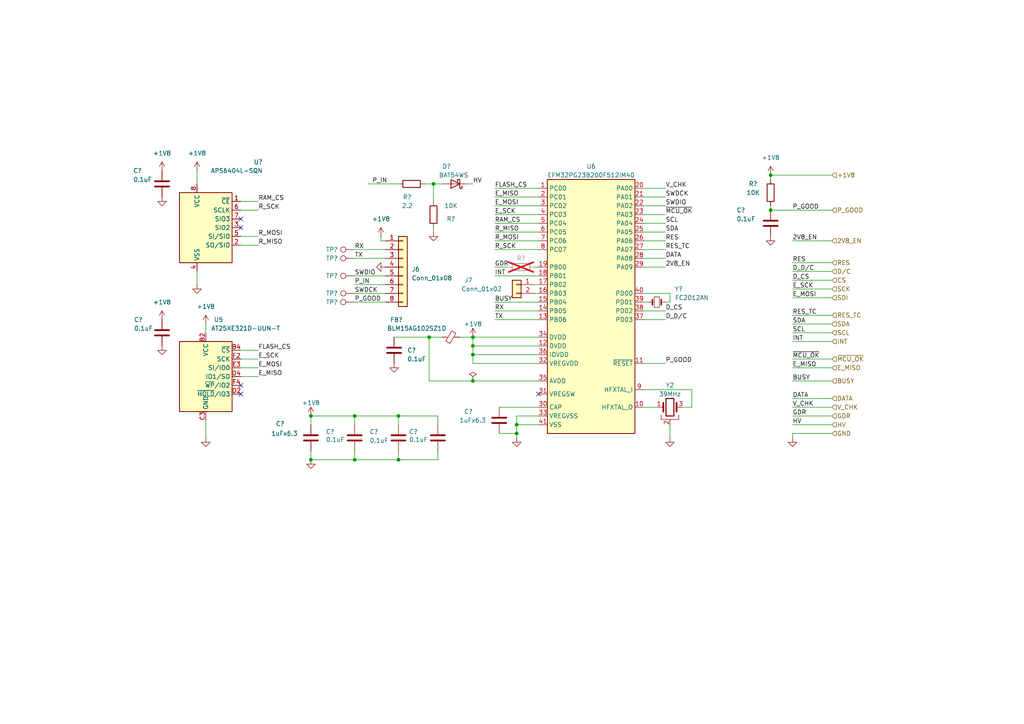
<source format=kicad_sch>
(kicad_sch (version 20231120) (generator "eeschema") (generator_version "8.0")
  (paper "A4")
  (lib_symbols
    (symbol "Connector:TestPoint" (pin_numbers hide) (pin_names (offset 0.762) hide)
      (property "Reference" "TP" (at 0 6.858 0))
      (property "Value" "TestPoint" (at 0 5.08 0))
      (symbol "TestPoint_0_1"
        (circle (center 0 3.302) (radius 0.762))
      )
      (symbol "TestPoint_1_1"
        (pin passive line (at 0 0 90) (length 2.54) (name "1") (number "1"))
      )
    )
    (symbol "Connector_Generic:Conn_01x02" (pin_names (offset 1.016) hide)
      (property "Reference" "J" (at 0 2.54 0))
      (property "Value" "Conn_01x02" (at 0 -5.08 0))
      (symbol "Conn_01x02_1_1"
        (rectangle (start -1.27 -2.413) (end 0 -2.667) (stroke (width 0.1524)))
        (rectangle (start -1.27 0.127) (end 0 -0.127) (stroke (width 0.1524)))
        (rectangle (start -1.27 1.27) (end 1.27 -3.81) (stroke (width 0.254)) (fill (type background)))
        (pin passive line (at -5.08 0 0) (length 3.81) (name "Pin_1") (number "1"))
        (pin passive line (at -5.08 -2.54 0) (length 3.81) (name "Pin_2") (number "2"))
      )
    )
    (symbol "Connector_Generic:Conn_01x08" (pin_names (offset 1.016) hide)
      (property "Reference" "J" (at 0 10.16 0))
      (property "Value" "Conn_01x08" (at 0 -12.7 0))
      (symbol "Conn_01x08_1_1"
        (rectangle (start -1.27 -10.033) (end 0 -10.287) (stroke (width 0.1524)))
        (rectangle (start -1.27 -7.493) (end 0 -7.747) (stroke (width 0.1524)))
        (rectangle (start -1.27 -4.953) (end 0 -5.207) (stroke (width 0.1524)))
        (rectangle (start -1.27 -2.413) (end 0 -2.667) (stroke (width 0.1524)))
        (rectangle (start -1.27 0.127) (end 0 -0.127) (stroke (width 0.1524)))
        (rectangle (start -1.27 2.667) (end 0 2.413) (stroke (width 0.1524)))
        (rectangle (start -1.27 5.207) (end 0 4.953) (stroke (width 0.1524)))
        (rectangle (start -1.27 7.747) (end 0 7.493) (stroke (width 0.1524)))
        (rectangle (start -1.27 8.89) (end 1.27 -11.43) (stroke (width 0.254)) (fill (type background)))
        (pin passive line (at -5.08 7.62 0) (length 3.81) (name "Pin_1") (number "1"))
        (pin passive line (at -5.08 5.08 0) (length 3.81) (name "Pin_2") (number "2"))
        (pin passive line (at -5.08 2.54 0) (length 3.81) (name "Pin_3") (number "3"))
        (pin passive line (at -5.08 0 0) (length 3.81) (name "Pin_4") (number "4"))
        (pin passive line (at -5.08 -2.54 0) (length 3.81) (name "Pin_5") (number "5"))
        (pin passive line (at -5.08 -5.08 0) (length 3.81) (name "Pin_6") (number "6"))
        (pin passive line (at -5.08 -7.62 0) (length 3.81) (name "Pin_7") (number "7"))
        (pin passive line (at -5.08 -10.16 0) (length 3.81) (name "Pin_8") (number "8"))
      )
    )
    (symbol "Device:C" (pin_numbers hide) (pin_names (offset 0.254))
      (property "Reference" "C" (at 0.635 2.54 0))
      (property "Value" "C" (at 0.635 -2.54 0))
      (symbol "C_0_1"
        (polyline (pts (xy -2.032 -0.762) (xy 2.032 -0.762)) (stroke (width 0.508)))
        (polyline (pts (xy -2.032 0.762) (xy 2.032 0.762)) (stroke (width 0.508)))
      )
      (symbol "C_1_1"
        (pin passive line (at 0 3.81 270) (length 2.794) (name "~") (number "1"))
        (pin passive line (at 0 -3.81 90) (length 2.794) (name "~") (number "2"))
      )
    )
    (symbol "Device:Crystal_GND2" (pin_names (offset 1.016) hide)
      (property "Reference" "Y" (at 0 5.715 0))
      (property "Value" "Crystal_GND2" (at 0 3.81 0))
      (symbol "Crystal_GND2_0_1"
        (rectangle (start -1.143 2.54) (end 1.143 -2.54) (stroke (width 0.3048)))
        (polyline (pts (xy -2.54 0) (xy -1.905 0)))
        (polyline (pts (xy -1.905 -1.27) (xy -1.905 1.27)) (stroke (width 0.508)))
        (polyline (pts (xy 0 -3.81) (xy 0 -3.556)))
        (polyline (pts (xy 1.905 0) (xy 2.54 0)))
        (polyline (pts (xy 1.905 1.27) (xy 1.905 -1.27)) (stroke (width 0.508)))
        (polyline (pts (xy -2.54 -2.286) (xy -2.54 -3.556) (xy 2.54 -3.556) (xy 2.54 -2.286)))
      )
      (symbol "Crystal_GND2_1_1"
        (pin passive line (at -3.81 0 0) (length 1.27) (name "1") (number "1"))
        (pin passive line (at 0 -5.08 90) (length 1.27) (name "2") (number "2"))
        (pin passive line (at 3.81 0 180) (length 1.27) (name "3") (number "3"))
      )
    )
    (symbol "Device:Crystal_Small" (pin_numbers hide) (pin_names (offset 1.016) hide)
      (property "Reference" "Y" (at 0 2.54 0))
      (property "Value" "Crystal_Small" (at 0 -2.54 0))
      (symbol "Crystal_Small_0_1"
        (rectangle (start -0.762 -1.524) (end 0.762 1.524))
        (polyline (pts (xy -1.27 -0.762) (xy -1.27 0.762)) (stroke (width 0.381)))
        (polyline (pts (xy 1.27 -0.762) (xy 1.27 0.762)) (stroke (width 0.381)))
      )
      (symbol "Crystal_Small_1_1"
        (pin passive line (at -2.54 0 0) (length 1.27) (name "1") (number "1"))
        (pin passive line (at 2.54 0 180) (length 1.27) (name "2") (number "2"))
      )
    )
    (symbol "Device:D_Schottky" (pin_numbers hide) (pin_names (offset 1.016) hide)
      (property "Reference" "D" (at 0 2.54 0))
      (property "Value" "D_Schottky" (at 0 -2.54 0))
      (symbol "D_Schottky_0_1"
        (polyline (pts (xy 1.27 0) (xy -1.27 0)))
        (polyline (pts (xy 1.27 1.27) (xy 1.27 -1.27) (xy -1.27 0) (xy 1.27 1.27)) (stroke (width 0.254)))
        (polyline (pts (xy -1.905 0.635) (xy -1.905 1.27) (xy -1.27 1.27) (xy -1.27 -1.27) (xy -0.635 -1.27) (xy -0.635 -0.635)) (stroke (width 0.254)))
      )
      (symbol "D_Schottky_1_1"
        (pin passive line (at -3.81 0 0) (length 2.54) (name "K") (number "1"))
        (pin passive line (at 3.81 0 180) (length 2.54) (name "A") (number "2"))
      )
    )
    (symbol "Device:FerriteBead_Small" (pin_numbers hide) (pin_names (offset 0))
      (property "Reference" "FB" (at 1.905 1.27 0))
      (property "Value" "FerriteBead_Small" (at 1.905 -1.27 0))
      (symbol "FerriteBead_Small_0_1"
        (polyline (pts (xy 0 -1.27) (xy 0 -0.7874)))
        (polyline (pts (xy 0 0.889) (xy 0 1.2954)))
        (polyline (pts (xy -1.8288 0.2794) (xy -1.1176 1.4986) (xy 1.8288 -0.2032) (xy 1.1176 -1.4224) (xy -1.8288 0.2794)))
      )
      (symbol "FerriteBead_Small_1_1"
        (pin passive line (at 0 2.54 270) (length 1.27) (name "~") (number "1"))
        (pin passive line (at 0 -2.54 90) (length 1.27) (name "~") (number "2"))
      )
    )
    (symbol "Device:R" (pin_numbers hide) (pin_names (offset 0))
      (property "Reference" "R" (at 2.032 0 90))
      (property "Value" "R" (at 0 0 90))
      (symbol "R_0_1"
        (rectangle (start -1.016 -2.54) (end 1.016 2.54) (stroke (width 0.254)))
      )
      (symbol "R_1_1"
        (pin passive line (at 0 3.81 270) (length 1.27) (name "~") (number "1"))
        (pin passive line (at 0 -3.81 90) (length 1.27) (name "~") (number "2"))
      )
    )
    (symbol "Memory_RAM:ESP-PSRAM32"
      (property "Reference" "U" (at 3.81 11.43 0))
      (property "Value" "ESP-PSRAM32" (at -1.27 -11.43 0))
      (symbol "ESP-PSRAM32_0_1"
        (rectangle (start -7.62 10.16) (end 7.62 -10.16) (stroke (width 0.254)) (fill (type background)))
      )
      (symbol "ESP-PSRAM32_1_1"
        (pin input line (at 10.16 7.62 180) (length 2.54) (name "~{CE}") (number "1"))
        (pin output line (at 10.16 -5.08 180) (length 2.54) (name "SO/SIO") (number "2"))
        (pin bidirectional line (at 10.16 0 180) (length 2.54) (name "SIO2") (number "3"))
        (pin power_in line (at -2.54 -12.7 90) (length 2.54) (name "VSS") (number "4"))
        (pin input line (at 10.16 -2.54 180) (length 2.54) (name "SI/SIO") (number "5"))
        (pin output line (at 10.16 5.08 180) (length 2.54) (name "SCLK") (number "6"))
        (pin bidirectional line (at 10.16 2.54 180) (length 2.54) (name "SIO3") (number "7"))
        (pin power_in line (at -2.54 12.7 270) (length 2.54) (name "VCC") (number "8"))
      )
    )
    (symbol "MyLib:AT25SL321-U"
      (property "Reference" "U" (at -5.08 11.43 0))
      (property "Value" "AT25XE321D-UUN-T" (at 13.97 11.43 0))
      (symbol "AT25SL321-U_0_1"
        (rectangle (start -7.62 10.16) (end 7.62 -10.16) (stroke (width 0.254)) (fill (type background)))
      )
      (symbol "AT25SL321-U_1_1"
        (pin power_in line (at 0 12.7 270) (length 2.54) (name "VCC") (number "B2"))
        (pin input line (at -10.16 7.62 0) (length 2.54) (name "~{CS}") (number "B4"))
        (pin power_in line (at 0 -12.7 90) (length 2.54) (name "GND") (number "C3"))
        (pin bidirectional line (at -10.16 -5.08 0) (length 2.54) (name "~{HOLD}/IO3") (number "D2"))
        (pin bidirectional line (at -10.16 0 0) (length 2.54) (name "IO1/SO") (number "D4"))
        (pin bidirectional line (at -10.16 2.54 0) (length 2.54) (name "SI/IO0") (number "E3"))
        (pin input line (at -10.16 5.08 0) (length 2.54) (name "SCK") (number "F2"))
        (pin bidirectional line (at -10.16 -2.54 0) (length 2.54) (name "~{WP}/IO2") (number "F4"))
      )
    )
    (symbol "MyLib:EFM32PG23B200F512IM40"
      (property "Reference" "U" (at 25.4 5.08 0))
      (property "Value" "EFM32PG23B200F512IM40" (at 35.56 2.54 0))
      (symbol "EFM32PG23B200F512IM40_0_1"
        (rectangle (start 22.86 0) (end 48.26 -73.66) (stroke (width 0.254)) (fill (type background)))
      )
      (symbol "EFM32PG23B200F512IM40_1_0"
        (pin bidirectional line (at 50.8 -25.4 180) (length 2.54) (name "PA09") (number "29"))
        (pin bidirectional line (at 20.32 -7.62 0) (length 2.54) (name "PC02") (number "3"))
      )
      (symbol "EFM32PG23B200F512IM40_1_1"
        (pin bidirectional line (at 20.32 -2.54 0) (length 2.54) (name "PC00") (number "1"))
        (pin bidirectional line (at 50.8 -66.04 180) (length 2.54) (name "HFXTAL_O") (number "10"))
        (pin input line (at 50.8 -53.34 180) (length 2.54) (name "~{RESET}") (number "11"))
        (pin power_in line (at 20.32 -48.26 0) (length 2.54) (name "DVDD") (number "12"))
        (pin bidirectional line (at 20.32 -40.64 0) (length 2.54) (name "PB06") (number "13"))
        (pin bidirectional line (at 20.32 -38.1 0) (length 2.54) (name "PB05") (number "14"))
        (pin bidirectional line (at 20.32 -35.56 0) (length 2.54) (name "PB04") (number "15"))
        (pin bidirectional line (at 20.32 -33.02 0) (length 2.54) (name "PB03") (number "16"))
        (pin bidirectional line (at 20.32 -30.48 0) (length 2.54) (name "PB02") (number "17"))
        (pin bidirectional line (at 20.32 -27.94 0) (length 2.54) (name "PB01") (number "18"))
        (pin bidirectional line (at 20.32 -25.4 0) (length 2.54) (name "PB00") (number "19"))
        (pin bidirectional line (at 20.32 -5.08 0) (length 2.54) (name "PC01") (number "2"))
        (pin bidirectional line (at 50.8 -2.54 180) (length 2.54) (name "PA00") (number "20"))
        (pin bidirectional line (at 50.8 -5.08 180) (length 2.54) (name "PA01") (number "21"))
        (pin bidirectional line (at 50.8 -7.62 180) (length 2.54) (name "PA02") (number "22"))
        (pin bidirectional line (at 50.8 -10.16 180) (length 2.54) (name "PA03") (number "23"))
        (pin bidirectional line (at 50.8 -12.7 180) (length 2.54) (name "PA04") (number "24"))
        (pin bidirectional line (at 50.8 -15.24 180) (length 2.54) (name "PA05") (number "25"))
        (pin bidirectional line (at 50.8 -17.78 180) (length 2.54) (name "PA06") (number "26"))
        (pin bidirectional line (at 50.8 -20.32 180) (length 2.54) (name "PA07") (number "27"))
        (pin bidirectional line (at 50.8 -22.86 180) (length 2.54) (name "PA08") (number "28"))
        (pin power_out line (at 20.32 -66.04 0) (length 2.54) (name "CAP") (number "30"))
        (pin power_in line (at 20.32 -62.23 0) (length 2.54) (name "VREGSW") (number "31"))
        (pin power_in line (at 20.32 -53.34 0) (length 2.54) (name "VREGVDD") (number "32"))
        (pin power_in line (at 20.32 -68.58 0) (length 2.54) (name "VREGVSS") (number "33"))
        (pin power_in line (at 20.32 -45.72 0) (length 2.54) (name "DVDD") (number "34"))
        (pin power_in line (at 20.32 -58.42 0) (length 2.54) (name "AVDD") (number "35"))
        (pin power_in line (at 20.32 -50.8 0) (length 2.54) (name "IOVDD") (number "36"))
        (pin bidirectional line (at 50.8 -40.64 180) (length 2.54) (name "PD03") (number "37"))
        (pin bidirectional line (at 50.8 -38.1 180) (length 2.54) (name "PD02") (number "38"))
        (pin bidirectional line (at 50.8 -35.56 180) (length 2.54) (name "PD01") (number "39"))
        (pin bidirectional line (at 20.32 -10.16 0) (length 2.54) (name "PC03") (number "4"))
        (pin bidirectional line (at 50.8 -33.02 180) (length 2.54) (name "PD00") (number "40"))
        (pin power_in line (at 20.32 -71.12 0) (length 2.54) (name "VSS") (number "41"))
        (pin bidirectional line (at 20.32 -12.7 0) (length 2.54) (name "PC04") (number "5"))
        (pin bidirectional line (at 20.32 -15.24 0) (length 2.54) (name "PC05") (number "6"))
        (pin bidirectional line (at 20.32 -17.78 0) (length 2.54) (name "PC06") (number "7"))
        (pin bidirectional line (at 20.32 -20.32 0) (length 2.54) (name "PC07") (number "8"))
        (pin bidirectional line (at 50.8 -60.96 180) (length 2.54) (name "HFXTAL_I") (number "9"))
      )
    )
    (symbol "power:+1V8" (power) (pin_names (offset 0))
      (property "Value" "+1V8" (at 0 3.556 0))
      (symbol "+1V8_0_1"
        (polyline (pts (xy -0.762 1.27) (xy 0 2.54)))
        (polyline (pts (xy 0 0) (xy 0 2.54)))
        (polyline (pts (xy 0 2.54) (xy 0.762 1.27)))
      )
      (symbol "+1V8_1_1"
        (pin power_in line (at 0 0 90) (length 0) hide (name "+1V8") (number "1"))
      )
    )
    (symbol "power:GND" (power) (pin_names (offset 0))
      (property "Value" "GND" (at 0 -3.81 0))
      (symbol "GND_0_1"
        (polyline (pts (xy 0 0) (xy 0 -1.27) (xy 1.27 -1.27) (xy 0 -2.54) (xy -1.27 -1.27) (xy 0 -1.27)))
      )
      (symbol "GND_1_1"
        (pin power_in line (at 0 0 270) (length 0) hide (name "GND") (number "1"))
      )
    )
    (symbol "power:PWR_FLAG" (power) (pin_numbers hide) (pin_names (offset 0) hide)
      (property "Value" "PWR_FLAG" (at 0 3.81 0))
      (symbol "PWR_FLAG_0_0"
        (pin power_out line (at 0 0 90) (length 0) (name "pwr") (number "1"))
      )
      (symbol "PWR_FLAG_0_1"
        (polyline (pts (xy 0 0) (xy 0 1.27) (xy -1.016 1.905) (xy 0 2.54) (xy 1.016 1.905) (xy 0 1.27)))
      )
    )
  )
  (junction (at 90.17 133.35))
  (junction (at 137.16 110.49))
  (junction (at 125.73 53.34))
  (junction (at 223.52 50.8))
  (junction (at 90.17 120.65))
  (junction (at 102.87 120.65))
  (junction (at 102.87 133.35))
  (junction (at 137.16 100.33))
  (junction (at 115.57 133.35))
  (junction (at 137.16 102.87))
  (junction (at 115.57 120.65))
  (junction (at 223.52 60.96))
  (junction (at 149.86 123.19))
  (junction (at 137.16 97.79))
  (junction (at 149.86 125.73))
  (junction (at 124.46 97.79))
  (no_connect (at 156.21 114.3))
  (no_connect (at 69.85 114.3))
  (no_connect (at 69.85 111.76))
  (no_connect (at 69.85 66.04))
  (no_connect (at 69.85 63.5))
  (wire (pts (xy 223.52 60.96) (xy 223.52 59.69)))
  (wire (pts (xy 143.51 69.85) (xy 156.21 69.85)))
  (wire (pts (xy 137.16 110.49) (xy 156.21 110.49)))
  (wire (pts (xy 110.49 68.58) (xy 110.49 69.85)))
  (wire (pts (xy 229.87 81.28) (xy 241.3 81.28)))
  (wire (pts (xy 193.04 92.71) (xy 186.69 92.71)))
  (wire (pts (xy 127 120.65) (xy 115.57 120.65)))
  (wire (pts (xy 229.87 104.14) (xy 241.3 104.14)))
  (wire (pts (xy 200.66 113.03) (xy 200.66 118.11)))
  (wire (pts (xy 143.51 67.31) (xy 156.21 67.31)))
  (wire (pts (xy 137.16 102.87) (xy 137.16 100.33)))
  (wire (pts (xy 115.57 123.19) (xy 115.57 120.65)))
  (wire (pts (xy 69.85 106.68) (xy 74.93 106.68)))
  (wire (pts (xy 193.04 57.15) (xy 186.69 57.15)))
  (wire (pts (xy 149.86 120.65) (xy 149.86 123.19)))
  (wire (pts (xy 102.87 72.39) (xy 111.76 72.39)))
  (wire (pts (xy 124.46 97.79) (xy 128.27 97.79)))
  (wire (pts (xy 229.87 96.52) (xy 241.3 96.52)))
  (wire (pts (xy 223.52 52.07) (xy 223.52 50.8)))
  (wire (pts (xy 102.87 87.63) (xy 111.76 87.63)))
  (wire (pts (xy 143.51 80.01) (xy 156.21 80.01)))
  (wire (pts (xy 229.87 78.74) (xy 241.3 78.74)))
  (wire (pts (xy 186.69 113.03) (xy 200.66 113.03)))
  (wire (pts (xy 223.52 50.8) (xy 241.3 50.8)))
  (wire (pts (xy 143.51 57.15) (xy 156.21 57.15)))
  (wire (pts (xy 223.52 60.96) (xy 241.3 60.96)))
  (wire (pts (xy 133.35 97.79) (xy 137.16 97.79)))
  (wire (pts (xy 128.27 53.34) (xy 125.73 53.34)))
  (wire (pts (xy 229.87 86.36) (xy 241.3 86.36)))
  (wire (pts (xy 115.57 133.35) (xy 127 133.35)))
  (wire (pts (xy 149.86 123.19) (xy 149.86 125.73)))
  (wire (pts (xy 127 133.35) (xy 127 130.81)))
  (wire (pts (xy 154.94 82.55) (xy 156.21 82.55)))
  (wire (pts (xy 90.17 133.35) (xy 102.87 133.35)))
  (wire (pts (xy 102.87 120.65) (xy 102.87 123.19)))
  (wire (pts (xy 137.16 97.79) (xy 137.16 100.33)))
  (wire (pts (xy 149.86 123.19) (xy 156.21 123.19)))
  (wire (pts (xy 106.68 53.34) (xy 115.57 53.34)))
  (wire (pts (xy 137.16 102.87) (xy 137.16 105.41)))
  (wire (pts (xy 59.69 121.92) (xy 59.69 127)))
  (wire (pts (xy 229.87 76.2) (xy 241.3 76.2)))
  (wire (pts (xy 229.87 118.11) (xy 241.3 118.11)))
  (wire (pts (xy 144.78 118.11) (xy 156.21 118.11)))
  (wire (pts (xy 125.73 66.04) (xy 125.73 67.31)))
  (wire (pts (xy 154.94 85.09) (xy 156.21 85.09)))
  (wire (pts (xy 193.04 59.69) (xy 186.69 59.69)))
  (wire (pts (xy 137.16 105.41) (xy 156.21 105.41)))
  (wire (pts (xy 102.87 80.01) (xy 111.76 80.01)))
  (wire (pts (xy 186.69 87.63) (xy 187.96 87.63)))
  (wire (pts (xy 229.87 110.49) (xy 241.3 110.49)))
  (wire (pts (xy 115.57 130.81) (xy 115.57 133.35)))
  (wire (pts (xy 156.21 120.65) (xy 149.86 120.65)))
  (wire (pts (xy 143.51 54.61) (xy 156.21 54.61)))
  (wire (pts (xy 143.51 64.77) (xy 156.21 64.77)))
  (wire (pts (xy 186.69 118.11) (xy 190.5 118.11)))
  (wire (pts (xy 114.3 97.79) (xy 124.46 97.79)))
  (wire (pts (xy 154.94 77.47) (xy 156.21 77.47)))
  (wire (pts (xy 124.46 97.79) (xy 124.46 110.49)))
  (wire (pts (xy 186.69 85.09) (xy 194.31 85.09)))
  (wire (pts (xy 102.87 133.35) (xy 115.57 133.35)))
  (wire (pts (xy 193.04 67.31) (xy 186.69 67.31)))
  (wire (pts (xy 124.46 110.49) (xy 137.16 110.49)))
  (wire (pts (xy 90.17 120.65) (xy 90.17 123.19)))
  (wire (pts (xy 200.66 118.11) (xy 198.12 118.11)))
  (wire (pts (xy 186.69 72.39) (xy 193.04 72.39)))
  (wire (pts (xy 102.87 82.55) (xy 111.76 82.55)))
  (wire (pts (xy 102.87 85.09) (xy 111.76 85.09)))
  (wire (pts (xy 229.87 123.19) (xy 241.3 123.19)))
  (wire (pts (xy 186.69 105.41) (xy 193.04 105.41)))
  (wire (pts (xy 90.17 130.81) (xy 90.17 133.35)))
  (wire (pts (xy 102.87 120.65) (xy 115.57 120.65)))
  (wire (pts (xy 69.85 104.14) (xy 74.93 104.14)))
  (wire (pts (xy 186.69 62.23) (xy 193.04 62.23)))
  (wire (pts (xy 69.85 60.96) (xy 74.93 60.96)))
  (wire (pts (xy 69.85 68.58) (xy 74.93 68.58)))
  (wire (pts (xy 229.87 91.44) (xy 241.3 91.44)))
  (wire (pts (xy 74.93 109.22) (xy 69.85 109.22)))
  (wire (pts (xy 137.16 97.79) (xy 156.21 97.79)))
  (wire (pts (xy 143.51 77.47) (xy 147.32 77.47)))
  (wire (pts (xy 110.49 69.85) (xy 111.76 69.85)))
  (wire (pts (xy 194.31 127) (xy 194.31 123.19)))
  (wire (pts (xy 143.51 62.23) (xy 156.21 62.23)))
  (wire (pts (xy 102.87 74.93) (xy 111.76 74.93)))
  (wire (pts (xy 229.87 115.57) (xy 241.3 115.57)))
  (wire (pts (xy 229.87 99.06) (xy 241.3 99.06)))
  (wire (pts (xy 59.69 93.98) (xy 59.69 96.52)))
  (wire (pts (xy 229.87 93.98) (xy 241.3 93.98)))
  (wire (pts (xy 123.19 53.34) (xy 125.73 53.34)))
  (wire (pts (xy 127 123.19) (xy 127 120.65)))
  (wire (pts (xy 143.51 59.69) (xy 156.21 59.69)))
  (wire (pts (xy 69.85 58.42) (xy 74.93 58.42)))
  (wire (pts (xy 193.04 54.61) (xy 186.69 54.61)))
  (wire (pts (xy 193.04 90.17) (xy 186.69 90.17)))
  (wire (pts (xy 193.04 77.47) (xy 186.69 77.47)))
  (wire (pts (xy 229.87 120.65) (xy 241.3 120.65)))
  (wire (pts (xy 74.93 71.12) (xy 69.85 71.12)))
  (wire (pts (xy 69.85 101.6) (xy 74.93 101.6)))
  (wire (pts (xy 57.15 49.53) (xy 57.15 53.34)))
  (wire (pts (xy 194.31 87.63) (xy 193.04 87.63)))
  (wire (pts (xy 229.87 106.68) (xy 241.3 106.68)))
  (wire (pts (xy 137.16 100.33) (xy 156.21 100.33)))
  (wire (pts (xy 90.17 120.65) (xy 102.87 120.65)))
  (wire (pts (xy 229.87 125.73) (xy 241.3 125.73)))
  (wire (pts (xy 102.87 130.81) (xy 102.87 133.35)))
  (wire (pts (xy 143.51 87.63) (xy 156.21 87.63)))
  (wire (pts (xy 135.89 53.34) (xy 137.16 53.34)))
  (wire (pts (xy 144.78 125.73) (xy 149.86 125.73)))
  (wire (pts (xy 143.51 90.17) (xy 156.21 90.17)))
  (wire (pts (xy 143.51 92.71) (xy 156.21 92.71)))
  (wire (pts (xy 137.16 102.87) (xy 156.21 102.87)))
  (wire (pts (xy 193.04 64.77) (xy 186.69 64.77)))
  (wire (pts (xy 186.69 74.93) (xy 193.04 74.93)))
  (wire (pts (xy 229.87 69.85) (xy 241.3 69.85)))
  (wire (pts (xy 149.86 125.73) (xy 149.86 127)))
  (wire (pts (xy 125.73 58.42) (xy 125.73 53.34)))
  (wire (pts (xy 229.87 127) (xy 229.87 125.73)))
  (wire (pts (xy 143.51 72.39) (xy 156.21 72.39)))
  (wire (pts (xy 186.69 69.85) (xy 193.04 69.85)))
  (wire (pts (xy 57.15 78.74) (xy 57.15 82.55)))
  (wire (pts (xy 194.31 85.09) (xy 194.31 87.63)))
  (wire (pts (xy 229.87 83.82) (xy 241.3 83.82)))
  (label "RX" (at 102.87 72.39 0))
  (label "INT" (at 143.51 80.01 0))
  (label "R_MISO" (at 143.51 67.31 0))
  (label "R_MISO" (at 74.93 71.12 0))
  (label "SCL" (at 229.87 96.52 0))
  (label "P_GOOD" (at 102.87 87.63 0))
  (label "TX" (at 143.51 92.71 0))
  (label "RES" (at 193.04 69.85 0))
  (label "V_CHK" (at 229.87 118.11 0))
  (label "TX" (at 102.87 74.93 0))
  (label "E_MOSI" (at 229.87 86.36 0))
  (label "E_MISO" (at 229.87 106.68 0))
  (label "D_CS" (at 193.04 90.17 0))
  (label "DATA" (at 193.04 74.93 0))
  (label "GDR" (at 229.87 120.65 0))
  (label "SCL" (at 193.04 64.77 0))
  (label "P_IN" (at 107.95 53.34 0))
  (label "2V8_EN" (at 229.87 69.85 0))
  (label "D_D{slash}C" (at 229.87 78.74 0))
  (label "GDR" (at 143.51 77.47 0))
  (label "E_SCK" (at 229.87 83.82 0))
  (label "E_MISO" (at 143.51 57.15 0))
  (label "P_GOOD" (at 193.04 105.41 0))
  (label "D_D{slash}C" (at 193.04 92.71 0))
  (label "SWDIO" (at 193.04 59.69 0))
  (label "FLASH_CS" (at 143.51 54.61 0))
  (label "RAM_CS" (at 74.93 58.42 0))
  (label "E_MOSI" (at 74.93 106.68 0))
  (label "E_MOSI" (at 143.51 59.69 0))
  (label "D_CS" (at 229.87 81.28 0))
  (label "E_MISO" (at 74.93 109.22 0))
  (label "V_CHK" (at 193.04 54.61 0))
  (label "~{MCU_OK}" (at 229.87 104.14 0))
  (label "INT" (at 229.87 99.06 0))
  (label "P_IN" (at 102.87 82.55 0))
  (label "SWDCK" (at 193.04 57.15 0))
  (label "RES" (at 229.87 76.2 0))
  (label "BUSY" (at 229.87 110.49 0))
  (label "SDA" (at 193.04 67.31 0))
  (label "2V8_EN" (at 193.04 77.47 0))
  (label "R_SCK" (at 74.93 60.96 0))
  (label "RAM_CS" (at 143.51 64.77 0))
  (label "SDA" (at 229.87 93.98 0))
  (label "RES_TC" (at 229.87 91.44 0))
  (label "R_SCK" (at 143.51 72.39 0))
  (label "R_MOSI" (at 74.93 68.58 0))
  (label "SWDIO" (at 102.87 80.01 0))
  (label "RES_TC" (at 193.04 72.39 0))
  (label "P_GOOD" (at 229.87 60.96 0))
  (label "HV" (at 137.16 53.34 0))
  (label "SWDCK" (at 102.87 85.09 0))
  (label "E_SCK" (at 74.93 104.14 0))
  (label "DATA" (at 229.87 115.57 0))
  (label "R_MOSI" (at 143.51 69.85 0))
  (label "~{MCU_OK}" (at 193.04 62.23 0))
  (label "E_SCK" (at 143.51 62.23 0))
  (label "RX" (at 143.51 90.17 0))
  (label "BUSY" (at 143.51 87.63 0))
  (label "HV" (at 229.87 123.19 0))
  (label "FLASH_CS" (at 74.93 101.6 0))
  (hierarchical_label "D{slash}C" (shape input) (at 241.3 78.74 0))
  (hierarchical_label "RES_TC" (shape input) (at 241.3 91.44 0))
  (hierarchical_label "DATA" (shape input) (at 241.3 115.57 0))
  (hierarchical_label "BUSY" (shape input) (at 241.3 110.49 0))
  (hierarchical_label "GND" (shape input) (at 241.3 125.73 0))
  (hierarchical_label "GDR" (shape input) (at 241.3 120.65 0))
  (hierarchical_label "CS" (shape input) (at 241.3 81.28 0))
  (hierarchical_label "SDI" (shape input) (at 241.3 86.36 0))
  (hierarchical_label "2V8_EN" (shape input) (at 241.3 69.85 0))
  (hierarchical_label "E_MISO" (shape input) (at 241.3 106.68 0))
  (hierarchical_label "HV" (shape input) (at 241.3 123.19 0))
  (hierarchical_label "INT" (shape input) (at 241.3 99.06 0))
  (hierarchical_label "V_CHK" (shape input) (at 241.3 118.11 0))
  (hierarchical_label "~{MCU_OK}" (shape input) (at 241.3 104.14 0))
  (hierarchical_label "RES" (shape input) (at 241.3 76.2 0))
  (hierarchical_label "SCK" (shape input) (at 241.3 83.82 0))
  (hierarchical_label "SDA" (shape input) (at 241.3 93.98 0))
  (hierarchical_label "+1V8" (shape input) (at 241.3 50.8 0))
  (hierarchical_label "P_GOOD" (shape input) (at 241.3 60.96 0))
  (hierarchical_label "SCL" (shape input) (at 241.3 96.52 0))
  (symbol (lib_id "Device:R") (at 119.38 53.34 90) (unit 1)
    (property "Reference" "R?" (at 118.11 57.15 90))
    (property "Value" "2.2" (at 118.11 59.69 90))
    (property "Footprint" "Resistor_SMD:R_0603_1608Metric" (effects (hide yes)))
    (instances (project "Kampela" (path "" (reference "R?") (unit 1))) (project "Kampela_G5" (path "" (reference "R32") (unit 1))))
  )
  (symbol (lib_id "MyLib:EFM32PG23B200F512IM40") (at 135.89 52.07 0) (unit 1)
    (property "Reference" "U6" (at 171.45 48.26 0))
    (property "Value" "EFM32PG23B200F512IM40" (at 171.45 50.8 0))
    (property "Footprint" "MyLib:QFN-40_EP_5x5_Pitch0.4mm" (effects (hide yes)))
    (property "MouserPN" "634-PG23200F512IM40C" (effects (hide yes)))
  )
  (symbol (lib_id "Connector_Generic:Conn_01x08") (at 116.84 77.47 0) (unit 1)
    (property "Reference" "J6" (at 119.38 78.105 0) (effects (justify left)))
    (property "Value" "Conn_01x08" (at 119.38 80.645 0) (effects (justify left)))
    (property "Footprint" "MyLib:PinHeader_1x08_P1.27mm_Vertical" (effects (hide yes)))
  )
  (symbol (lib_id "power:GND") (at 229.87 127 0) (mirror y) (unit 1)
    (property "Reference" "#PWR?" (effects (hide yes)))
    (property "Value" "GND" (effects (hide yes)))
    (instances (project "Kampela" (path "" (reference "#PWR?") (unit 1))) (project "Kampela_G5" (path "" (reference "#PWR086") (unit 1))))
  )
  (symbol (lib_id "power:GND") (at 125.73 67.31 0) (unit 1)
    (property "Reference" "#PWR?" (effects (hide yes)))
    (property "Value" "GND" (effects (hide yes)))
    (instances (project "Kampela" (path "" (reference "#PWR?") (unit 1))) (project "Kampela_G5" (path "" (reference "#PWR058") (unit 1))))
  )
  (symbol (lib_id "power:GND") (at 194.31 127 0) (mirror y) (unit 1)
    (property "Reference" "#PWR?" (effects (hide yes)))
    (property "Value" "GND" (effects (hide yes)))
    (instances (project "Kampela" (path "" (reference "#PWR?") (unit 1))) (project "Kampela_G5" (path "" (reference "#PWR061") (unit 1))))
  )
  (symbol (lib_id "power:+1V8") (at 223.52 50.8 0) (unit 1)
    (property "Reference" "#PWR?" (effects (hide yes)))
    (property "Value" "+1V8" (at 223.52 45.72 0))
    (instances (project "Kampela" (path "" (reference "#PWR?") (unit 1))) (project "Kampela_G5" (path "" (reference "#PWR092") (unit 1))))
  )
  (symbol (lib_id "Device:C") (at 102.87 127 0) (unit 1)
    (property "Reference" "C?" (at 94.488 125.222 0) (effects (justify left)))
    (property "Value" "0.1uF" (at 94.488 127.508 0) (effects (justify left)))
    (property "Footprint" "Capacitor_SMD:C_0402_1005Metric" (effects (hide yes)))
    (property "MouserPN" "581-KGM05AR71C104KN" (effects (hide yes)))
    (instances (project "Kampela" (path "" (reference "C?") (unit 1))) (project "Kampela_G5" (path "" (reference "C35") (unit 1))))
  )
  (symbol (lib_id "Device:C") (at 46.99 96.52 0) (unit 1)
    (property "Reference" "C?" (at 38.862 92.71 0) (effects (justify left)))
    (property "Value" "0.1uF" (at 38.862 95.25 0) (effects (justify left)))
    (property "Footprint" "Capacitor_SMD:C_0402_1005Metric" (effects (hide yes)))
    (property "MouserPN" "581-KGM05AR71C104KN" (effects (hide yes)))
    (instances (project "Kampela" (path "" (reference "C?") (unit 1))) (project "Kampela_G5" (path "" (reference "C33") (unit 1))))
  )
  (symbol (lib_id "Device:R") (at 223.52 55.88 180) (unit 1)
    (property "Reference" "R?" (at 218.44 53.34 0))
    (property "Value" "10K" (at 218.44 55.88 0))
    (property "Footprint" "Resistor_SMD:R_0402_1005Metric" (effects (hide yes)))
    (instances (project "Kampela" (path "" (reference "R?") (unit 1))) (project "Kampela_G5" (path "" (reference "R18") (unit 1))))
  )
  (symbol (lib_id "power:+1V8") (at 46.99 49.53 0) (unit 1)
    (property "Reference" "#PWR?" (effects (hide yes)))
    (property "Value" "+1V8" (at 46.99 44.45 0))
    (instances (project "Kampela" (path "" (reference "#PWR?") (unit 1))) (project "Kampela_G5" (path "" (reference "#PWR045") (unit 1))))
  )
  (symbol (lib_id "Device:D_Schottky") (at 132.08 53.34 180) (unit 1)
    (property "Reference" "D?" (at 130.81 48.26 0) (effects (justify left)))
    (property "Value" "BAT54WS" (at 135.89 50.8 0) (effects (justify left)))
    (property "Footprint" "Diode_SMD:D_SOD-323F" (effects (hide yes)))
    (property "MouserPN" "621-BAT54WS-F" (effects (hide yes)))
    (instances (project "Kampela" (path "" (reference "D?") (unit 1))) (project "Kampela_G5" (path "" (reference "D7") (unit 1))))
  )
  (symbol (lib_id "Device:C") (at 144.78 121.92 180) (unit 1)
    (property "Reference" "C?" (at 137.16 119.38 0) (effects (justify left)))
    (property "Value" "1uFx6.3" (at 140.97 121.92 0) (effects (justify left)))
    (property "Footprint" "Capacitor_SMD:C_0402_1005Metric" (effects (hide yes)))
    (property "MouserPN" "963-JMK105BJ105KV-F" (effects (hide yes)))
    (instances (project "Kampela" (path "" (reference "C?") (unit 1))) (project "Kampela_G5" (path "" (reference "C39") (unit 1))))
  )
  (symbol (lib_id "MyLib:AT25SL321-U") (at 59.69 109.22 0) (mirror y) (unit 1)
    (property "Reference" "U5" (at 64.77 92.71 0) (effects (justify left)))
    (property "Value" "AT25XE321D-UUN-T" (at 81.28 95.25 0) (effects (justify left)))
    (property "Footprint" "MyLib:WLCSP 12-ball 3 x 2 x 3 Array" (effects (hide yes)))
    (property "Datasheet" "https://www.mouser.fi/datasheet/2/698/REN_DS_AT25XE321D_160M_072022_DST_20220727_1-3075861.pdf" (effects (hide yes)))
    (property "MouserPN" "988-AT25XE321D-UUN-T" (effects (hide yes)))
  )
  (symbol (lib_id "power:PWR_FLAG") (at 137.16 110.49 0) (unit 1)
    (property "Reference" "#FLG06" (effects (hide yes)))
    (property "Value" "PWR_FLAG" (effects (hide yes)))
    (property "Description" "Special symbol for telling ERC where power comes from" (effects (hide yes)))
  )
  (symbol (lib_id "Device:R") (at 151.13 77.47 90) (unit 1) (in_bom no) (dnp yes)
    (property "Reference" "R?" (at 151.13 74.93 90))
    (property "Value" "1K" (at 151.13 77.47 90))
    (property "Footprint" "Resistor_SMD:R_0402_1005Metric" (effects (hide yes)))
    (instances (project "Kampela" (path "" (reference "R?") (unit 1))) (project "Kampela_G5" (path "" (reference "R35") (unit 1))))
  )
  (symbol (lib_id "power:GND") (at 59.69 127 0) (mirror y) (unit 1)
    (property "Reference" "#PWR?" (effects (hide yes)))
    (property "Value" "GND" (effects (hide yes)))
    (instances (project "Kampela" (path "" (reference "#PWR?") (unit 1))) (project "Kampela_G5" (path "" (reference "#PWR052") (unit 1))))
  )
  (symbol (lib_id "Connector:TestPoint") (at 102.87 72.39 90) (unit 1)
    (property "Reference" "TP?" (at 96.266 72.39 90))
    (property "Value" "TestPoint" (effects (hide yes)))
    (property "Footprint" "TestPoint:TestPoint_Pad_D1.0mm" (effects (hide yes)))
    (instances (project "Kampela" (path "" (reference "TP?") (unit 1))) (project "Kampela_G5" (path "" (reference "TP16") (unit 1))))
  )
  (symbol (lib_id "power:GND") (at 90.17 133.35 0) (unit 1)
    (property "Reference" "#PWR?" (effects (hide yes)))
    (property "Value" "GND" (effects (hide yes)))
    (instances (project "Kampela" (path "" (reference "#PWR?") (unit 1))) (project "Kampela_G5" (path "" (reference "#PWR056") (unit 1))))
  )
  (symbol (lib_id "Memory_RAM:ESP-PSRAM32") (at 59.69 66.04 0) (unit 1)
    (property "Reference" "U?" (at 76.2 46.99 0) (effects (justify right)))
    (property "Value" "APS6404L-SQN" (at 76.2 49.53 0) (effects (justify right)))
    (property "Footprint" "MyLib:SON-8-1EP_3x2mm_P0.5mm_EP1.4x1.6mm" (effects (hide yes)))
    (property "Datasheet" "https://www.espressif.com/sites/default/files/documentation/esp-psram32_datasheet_en.pdf" (effects (hide yes)))
    (property "MouserPN" "878-APS6404L-SQN-SN" (effects (hide yes)))
    (instances (project "Kampela" (path "" (reference "U?") (unit 1))) (project "Kampela_G5" (path "" (reference "U4") (unit 1))))
  )
  (symbol (lib_id "Device:FerriteBead_Small") (at 130.81 97.79 90) (unit 1)
    (property "Reference" "FB?" (at 116.84 92.71 90) (effects (justify left)))
    (property "Value" "BLM15AG102SZ1D" (at 129.54 95.25 90) (effects (justify left)))
    (property "Footprint" "Inductor_SMD:L_0402_1005Metric" (effects (hide yes)))
    (property "MouserPN" "81-BLM15AG102SZ1D" (effects (hide yes)))
    (instances (project "Kampela" (path "" (reference "FB?") (unit 1))) (project "Kampela_G5" (path "" (reference "FB3") (unit 1))))
  )
  (symbol (lib_id "Device:R") (at 125.73 62.23 0) (unit 1)
    (property "Reference" "R?" (at 130.81 63.5 0))
    (property "Value" "10K" (at 130.81 59.69 0))
    (property "Footprint" "Resistor_SMD:R_0402_1005Metric" (effects (hide yes)))
    (instances (project "Kampela" (path "" (reference "R?") (unit 1))) (project "Kampela_G5" (path "" (reference "R17") (unit 1))))
  )
  (symbol (lib_id "Connector_Generic:Conn_01x02") (at 149.86 82.55 0) (mirror y) (unit 1)
    (property "Reference" "J7" (at 135.89 81.28 0))
    (property "Value" "Conn_01x02" (at 139.7 83.82 0))
    (property "Footprint" "Connector_PinHeader_1.27mm:PinHeader_1x02_P1.27mm_Vertical" (effects (hide yes)))
  )
  (symbol (lib_id "power:+1V8") (at 59.69 93.98 0) (mirror y) (unit 1)
    (property "Reference" "#PWR?" (effects (hide yes)))
    (property "Value" "+1V8" (at 59.69 88.9 0))
    (instances (project "Kampela" (path "" (reference "#PWR?") (unit 1))) (project "Kampela_G5" (path "" (reference "#PWR051") (unit 1))))
  )
  (symbol (lib_id "Device:Crystal_Small") (at 190.5 87.63 0) (unit 1)
    (property "Reference" "Y?" (at 196.85 83.82 0))
    (property "Value" "FC2012AN" (at 200.66 86.36 0))
    (property "Footprint" "MyLib:Crystal_SMD_2012-2Pin_2.0x1.2mm" (effects (hide yes)))
    (property "MouserPN" "732-F32768K90NN60KC7" (effects (hide yes)))
    (instances (project "Kampela" (path "" (reference "Y?") (unit 1))) (project "Kampela_G5" (path "" (reference "Y1") (unit 1))))
  )
  (symbol (lib_id "Connector:TestPoint") (at 102.87 80.01 90) (unit 1)
    (property "Reference" "TP?" (at 96.266 80.01 90))
    (property "Value" "TestPoint" (effects (hide yes)))
    (property "Footprint" "TestPoint:TestPoint_Pad_D1.0mm" (effects (hide yes)))
    (instances (project "Kampela" (path "" (reference "TP?") (unit 1))) (project "Kampela_G5" (path "" (reference "TP18") (unit 1))))
  )
  (symbol (lib_id "Device:C") (at 90.17 127 180) (unit 1)
    (property "Reference" "C?" (at 82.55 122.936 0) (effects (justify left)))
    (property "Value" "1uFx6.3" (at 86.36 125.73 0) (effects (justify left)))
    (property "Footprint" "Capacitor_SMD:C_0402_1005Metric" (effects (hide yes)))
    (property "MouserPN" "963-JMK105BJ105KV-F" (effects (hide yes)))
    (instances (project "Kampela" (path "" (reference "C?") (unit 1))) (project "Kampela_G5" (path "" (reference "C34") (unit 1))))
  )
  (symbol (lib_id "Device:C") (at 115.57 127 0) (unit 1)
    (property "Reference" "C?" (at 107.188 125.222 0) (effects (justify left)))
    (property "Value" "0.1uF" (at 107.188 127.762 0) (effects (justify left)))
    (property "Footprint" "Capacitor_SMD:C_0402_1005Metric" (effects (hide yes)))
    (property "MouserPN" "581-KGM05AR71C104KN" (effects (hide yes)))
    (instances (project "Kampela" (path "" (reference "C?") (unit 1))) (project "Kampela_G5" (path "" (reference "C36") (unit 1))))
  )
  (symbol (lib_id "Device:C") (at 46.99 53.34 0) (unit 1)
    (property "Reference" "C?" (at 38.608 49.53 0) (effects (justify left)))
    (property "Value" "0.1uF" (at 38.608 52.07 0) (effects (justify left)))
    (property "Footprint" "Capacitor_SMD:C_0402_1005Metric" (effects (hide yes)))
    (property "MouserPN" "581-KGM05AR71C104KN" (effects (hide yes)))
    (instances (project "Kampela" (path "" (reference "C?") (unit 1))) (project "Kampela_G5" (path "" (reference "C32") (unit 1))))
  )
  (symbol (lib_id "power:+1V8") (at 46.99 92.71 0) (unit 1)
    (property "Reference" "#PWR?" (effects (hide yes)))
    (property "Value" "+1V8" (at 46.99 87.63 0))
    (instances (project "Kampela" (path "" (reference "#PWR?") (unit 1))) (project "Kampela_G5" (path "" (reference "#PWR047") (unit 1))))
  )
  (symbol (lib_id "power:+1V8") (at 57.15 49.53 0) (unit 1)
    (property "Reference" "#PWR?" (effects (hide yes)))
    (property "Value" "+1V8" (at 57.15 44.45 0))
    (instances (project "Kampela" (path "" (reference "#PWR?") (unit 1))) (project "Kampela_G5" (path "" (reference "#PWR049") (unit 1))))
  )
  (symbol (lib_id "power:+1V8") (at 137.16 97.79 0) (unit 1)
    (property "Reference" "#PWR?" (effects (hide yes)))
    (property "Value" "+1V8" (at 137.16 93.98 0))
    (instances (project "Kampela" (path "" (reference "#PWR?") (unit 1))) (project "Kampela_G5" (path "" (reference "#PWR059") (unit 1))))
  )
  (symbol (lib_id "power:+1V8") (at 90.17 120.65 0) (unit 1)
    (property "Reference" "#PWR?" (effects (hide yes)))
    (property "Value" "+1V8" (at 90.17 116.84 0))
    (instances (project "Kampela" (path "" (reference "#PWR?") (unit 1))) (project "Kampela_G5" (path "" (reference "#PWR055") (unit 1))))
  )
  (symbol (lib_id "Device:C") (at 114.3 101.6 0) (unit 1)
    (property "Reference" "C?" (at 118.11 101.6 0) (effects (justify left)))
    (property "Value" "0.1uF" (at 118.11 104.14 0) (effects (justify left)))
    (property "Footprint" "Capacitor_SMD:C_0402_1005Metric" (effects (hide yes)))
    (property "MouserPN" "581-KGM05AR71C104KN" (effects (hide yes)))
    (instances (project "Kampela" (path "" (reference "C?") (unit 1))) (project "Kampela_G5" (path "" (reference "C37") (unit 1))))
  )
  (symbol (lib_id "Device:C") (at 127 127 0) (unit 1)
    (property "Reference" "C?" (at 118.618 125.222 0) (effects (justify left)))
    (property "Value" "0.1uF" (at 118.618 127.508 0) (effects (justify left)))
    (property "Footprint" "Capacitor_SMD:C_0402_1005Metric" (effects (hide yes)))
    (property "MouserPN" "581-KGM05AR71C104KN" (effects (hide yes)))
    (instances (project "Kampela" (path "" (reference "C?") (unit 1))) (project "Kampela_G5" (path "" (reference "C38") (unit 1))))
  )
  (symbol (lib_id "power:GND") (at 223.52 68.58 0) (unit 1)
    (property "Reference" "#PWR?" (effects (hide yes)))
    (property "Value" "GND" (effects (hide yes)))
    (instances (project "Kampela" (path "" (reference "#PWR?") (unit 1))) (project "Kampela_G5" (path "" (reference "#PWR063") (unit 1))))
  )
  (symbol (lib_id "power:+1V8") (at 110.49 68.58 0) (unit 1)
    (property "Reference" "#PWR?" (effects (hide yes)))
    (property "Value" "+1V8" (at 110.49 63.5 0))
    (instances (project "Kampela" (path "" (reference "#PWR?") (unit 1))) (project "Kampela_G5" (path "" (reference "#PWR06") (unit 1))))
  )
  (symbol (lib_id "Device:C") (at 223.52 64.77 0) (unit 1)
    (property "Reference" "C?" (at 213.614 60.96 0) (effects (justify left)))
    (property "Value" "0.1uF" (at 213.614 63.5 0) (effects (justify left)))
    (property "Footprint" "Capacitor_SMD:C_0402_1005Metric" (effects (hide yes)))
    (property "MouserPN" "581-KGM05AR71C104KN" (effects (hide yes)))
    (instances (project "Kampela" (path "" (reference "C?") (unit 1))) (project "Kampela_G5" (path "" (reference "C40") (unit 1))))
  )
  (symbol (lib_id "power:GND") (at 149.86 127 0) (mirror y) (unit 1)
    (property "Reference" "#PWR?" (effects (hide yes)))
    (property "Value" "GND" (effects (hide yes)))
    (instances (project "Kampela" (path "" (reference "#PWR?") (unit 1))) (project "Kampela_G5" (path "" (reference "#PWR060") (unit 1))))
  )
  (symbol (lib_id "Connector:TestPoint") (at 102.87 74.93 90) (unit 1)
    (property "Reference" "TP?" (at 96.266 74.93 90))
    (property "Value" "TestPoint" (effects (hide yes)))
    (property "Footprint" "TestPoint:TestPoint_Pad_D1.0mm" (effects (hide yes)))
    (instances (project "Kampela" (path "" (reference "TP?") (unit 1))) (project "Kampela_G5" (path "" (reference "TP17") (unit 1))))
  )
  (symbol (lib_id "power:GND") (at 46.99 100.33 0) (unit 1)
    (property "Reference" "#PWR?" (effects (hide yes)))
    (property "Value" "GND" (effects (hide yes)))
    (instances (project "Kampela" (path "" (reference "#PWR?") (unit 1))) (project "Kampela_G5" (path "" (reference "#PWR048") (unit 1))))
  )
  (symbol (lib_id "power:GND") (at 111.76 77.47 270) (unit 1)
    (property "Reference" "#PWR?" (effects (hide yes)))
    (property "Value" "GND" (effects (hide yes)))
    (instances (project "Kampela" (path "" (reference "#PWR?") (unit 1))) (project "Kampela_G5" (path "" (reference "#PWR083") (unit 1))))
  )
  (symbol (lib_id "Connector:TestPoint") (at 102.87 87.63 90) (unit 1)
    (property "Reference" "TP?" (at 96.266 87.63 90))
    (property "Value" "TestPoint" (effects (hide yes)))
    (property "Footprint" "TestPoint:TestPoint_Pad_D1.0mm" (effects (hide yes)))
    (instances (project "Kampela" (path "" (reference "TP?") (unit 1))) (project "Kampela_G5" (path "" (reference "TP20") (unit 1))))
  )
  (symbol (lib_id "power:GND") (at 46.99 57.15 0) (unit 1)
    (property "Reference" "#PWR?" (effects (hide yes)))
    (property "Value" "GND" (effects (hide yes)))
    (instances (project "Kampela" (path "" (reference "#PWR?") (unit 1))) (project "Kampela_G5" (path "" (reference "#PWR046") (unit 1))))
  )
  (symbol (lib_id "power:GND") (at 114.3 105.41 0) (mirror y) (unit 1)
    (property "Reference" "#PWR?" (effects (hide yes)))
    (property "Value" "GND" (effects (hide yes)))
    (instances (project "Kampela" (path "" (reference "#PWR?") (unit 1))) (project "Kampela_G5" (path "" (reference "#PWR057") (unit 1))))
  )
  (symbol (lib_id "power:GND") (at 57.15 82.55 0) (unit 1)
    (property "Reference" "#PWR?" (effects (hide yes)))
    (property "Value" "GND" (effects (hide yes)))
    (instances (project "Kampela" (path "" (reference "#PWR?") (unit 1))) (project "Kampela_G5" (path "" (reference "#PWR050") (unit 1))))
  )
  (symbol (lib_id "Device:Crystal_GND2") (at 194.31 118.11 0) (unit 1)
    (property "Reference" "Y2" (at 194.31 111.76 0))
    (property "Value" "39MHz" (at 194.31 114.3 0))
    (property "Footprint" "MyLib:Crystal_SMD_2016-4Pin_2.0x1.6mm" (effects (hide yes)))
    (property "MouserPN" "520-ECS-390-CDX-2289" (effects (hide yes)))
  )
  (symbol (lib_id "Connector:TestPoint") (at 102.87 85.09 90) (unit 1)
    (property "Reference" "TP?" (at 96.266 85.09 90))
    (property "Value" "TestPoint" (effects (hide yes)))
    (property "Footprint" "TestPoint:TestPoint_Pad_D1.0mm" (effects (hide yes)))
    (instances (project "Kampela" (path "" (reference "TP?") (unit 1))) (project "Kampela_G5" (path "" (reference "TP19") (unit 1))))
  )
)
</source>
